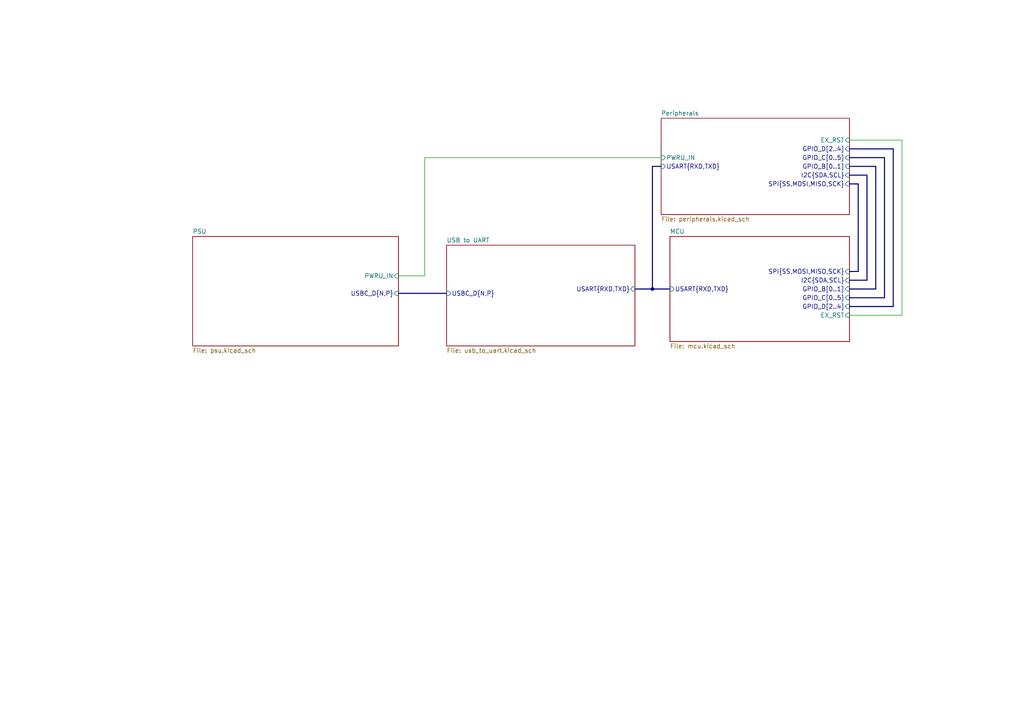
<source format=kicad_sch>
(kicad_sch
	(version 20231120)
	(generator "eeschema")
	(generator_version "8.0")
	(uuid "dbf80f57-4e14-4c6a-a270-b7066e68e053")
	(paper "A4")
	(lib_symbols)
	(junction
		(at 189.23 83.82)
		(diameter 0)
		(color 0 0 0 0)
		(uuid "45b4840e-6b59-4035-bcd7-0354a4998335")
	)
	(bus
		(pts
			(xy 189.23 83.82) (xy 194.31 83.82)
		)
		(stroke
			(width 0)
			(type default)
		)
		(uuid "0fd9fccf-bc9e-4d4d-b7eb-3514f74762a8")
	)
	(wire
		(pts
			(xy 261.62 91.44) (xy 246.38 91.44)
		)
		(stroke
			(width 0)
			(type default)
		)
		(uuid "101fa12c-d37e-491e-9a51-272928fd0756")
	)
	(bus
		(pts
			(xy 246.38 83.82) (xy 254 83.82)
		)
		(stroke
			(width 0)
			(type default)
		)
		(uuid "3d95a336-9cf1-45e7-bc54-cb2596edc0b2")
	)
	(bus
		(pts
			(xy 256.54 45.72) (xy 256.54 86.36)
		)
		(stroke
			(width 0)
			(type default)
		)
		(uuid "3fa54f05-cee5-40da-81f2-95e31fa2f1a7")
	)
	(bus
		(pts
			(xy 254 48.26) (xy 254 83.82)
		)
		(stroke
			(width 0)
			(type default)
		)
		(uuid "49b1a9d4-9b0c-49a5-9b13-c303a573efad")
	)
	(bus
		(pts
			(xy 256.54 86.36) (xy 246.38 86.36)
		)
		(stroke
			(width 0)
			(type default)
		)
		(uuid "4dfea408-6819-4dbc-9b22-07165029123e")
	)
	(wire
		(pts
			(xy 246.38 40.64) (xy 261.62 40.64)
		)
		(stroke
			(width 0)
			(type default)
		)
		(uuid "612f4dd6-9e01-424c-8f19-d11580696ca6")
	)
	(bus
		(pts
			(xy 248.92 78.74) (xy 246.38 78.74)
		)
		(stroke
			(width 0)
			(type default)
		)
		(uuid "6384dbed-359e-44cd-a59a-f8a3d21a1238")
	)
	(bus
		(pts
			(xy 248.92 53.34) (xy 248.92 78.74)
		)
		(stroke
			(width 0)
			(type default)
		)
		(uuid "64580987-3a43-41b6-85ee-2b24f6ec5091")
	)
	(bus
		(pts
			(xy 259.08 88.9) (xy 246.38 88.9)
		)
		(stroke
			(width 0)
			(type default)
		)
		(uuid "668ed720-6627-431d-9f24-a0649d6357bb")
	)
	(bus
		(pts
			(xy 246.38 43.18) (xy 259.08 43.18)
		)
		(stroke
			(width 0)
			(type default)
		)
		(uuid "79e87d27-9b22-40ed-bc18-6386a0284a65")
	)
	(bus
		(pts
			(xy 189.23 48.26) (xy 189.23 83.82)
		)
		(stroke
			(width 0)
			(type default)
		)
		(uuid "7efa32aa-00c1-4f0e-bdb6-5e2dbe635e2f")
	)
	(wire
		(pts
			(xy 123.19 80.01) (xy 123.19 45.72)
		)
		(stroke
			(width 0)
			(type default)
		)
		(uuid "97e3564c-fbb6-4224-b2ee-039951a225bd")
	)
	(bus
		(pts
			(xy 246.38 53.34) (xy 248.92 53.34)
		)
		(stroke
			(width 0)
			(type default)
		)
		(uuid "a232c981-8be2-4384-88df-22bd03dc7f92")
	)
	(bus
		(pts
			(xy 251.46 81.28) (xy 246.38 81.28)
		)
		(stroke
			(width 0)
			(type default)
		)
		(uuid "a234d8ab-0335-465b-8e9c-83f72ad803a4")
	)
	(bus
		(pts
			(xy 259.08 43.18) (xy 259.08 88.9)
		)
		(stroke
			(width 0)
			(type default)
		)
		(uuid "ab19ad8e-fe99-466e-979f-8ff8ba644798")
	)
	(bus
		(pts
			(xy 246.38 48.26) (xy 254 48.26)
		)
		(stroke
			(width 0)
			(type default)
		)
		(uuid "b7034653-43f2-4940-939a-790ab2635296")
	)
	(wire
		(pts
			(xy 261.62 40.64) (xy 261.62 91.44)
		)
		(stroke
			(width 0)
			(type default)
		)
		(uuid "c0d84879-fe4a-4895-ad88-dc0c726c2303")
	)
	(wire
		(pts
			(xy 123.19 45.72) (xy 191.77 45.72)
		)
		(stroke
			(width 0)
			(type default)
		)
		(uuid "c258dc62-06a9-4d1d-ac7d-0f00a13974d0")
	)
	(wire
		(pts
			(xy 115.57 80.01) (xy 123.19 80.01)
		)
		(stroke
			(width 0)
			(type default)
		)
		(uuid "c8760ac1-9538-4493-bdf8-df0b39f56d7a")
	)
	(bus
		(pts
			(xy 184.15 83.82) (xy 189.23 83.82)
		)
		(stroke
			(width 0)
			(type default)
		)
		(uuid "c8fb378a-cf2d-4f4f-8663-14be73cb8730")
	)
	(bus
		(pts
			(xy 246.38 45.72) (xy 256.54 45.72)
		)
		(stroke
			(width 0)
			(type default)
		)
		(uuid "cb2ec3f8-0876-47f8-9808-9fe2f2b12c4c")
	)
	(bus
		(pts
			(xy 191.77 48.26) (xy 189.23 48.26)
		)
		(stroke
			(width 0)
			(type default)
		)
		(uuid "ce0cfa13-d4a9-418b-b318-71d34825e4ec")
	)
	(bus
		(pts
			(xy 246.38 50.8) (xy 251.46 50.8)
		)
		(stroke
			(width 0)
			(type default)
		)
		(uuid "daaca825-62b2-4d6b-bc0b-b7e9cce71f1b")
	)
	(bus
		(pts
			(xy 115.57 85.09) (xy 129.54 85.09)
		)
		(stroke
			(width 0)
			(type default)
		)
		(uuid "f2fa0ec1-fa4a-41f7-aaab-4f51d14ae92d")
	)
	(bus
		(pts
			(xy 251.46 50.8) (xy 251.46 81.28)
		)
		(stroke
			(width 0)
			(type default)
		)
		(uuid "fa32c203-ef08-4d44-a722-94fed993c3a8")
	)
	(sheet
		(at 194.31 68.58)
		(size 52.07 30.48)
		(fields_autoplaced yes)
		(stroke
			(width 0.1524)
			(type solid)
		)
		(fill
			(color 0 0 0 0.0000)
		)
		(uuid "21b4b7eb-f0e4-43a8-b382-b3be970f07a7")
		(property "Sheetname" "MCU"
			(at 194.31 67.8684 0)
			(effects
				(font
					(size 1.27 1.27)
				)
				(justify left bottom)
			)
		)
		(property "Sheetfile" "mcu.kicad_sch"
			(at 194.31 99.6446 0)
			(effects
				(font
					(size 1.27 1.27)
				)
				(justify left top)
			)
		)
		(pin "USART{RXD,TXD}" input
			(at 194.31 83.82 180)
			(effects
				(font
					(size 1.27 1.27)
				)
				(justify left)
			)
			(uuid "efa7d569-c5ec-49fd-b502-b4c34b8fd80e")
		)
		(pin "GPIO_D[2..4]" input
			(at 246.38 88.9 0)
			(effects
				(font
					(size 1.27 1.27)
				)
				(justify right)
			)
			(uuid "964f9971-31c1-4f9c-ba26-ca3508eb475c")
		)
		(pin "EX_RST" input
			(at 246.38 91.44 0)
			(effects
				(font
					(size 1.27 1.27)
				)
				(justify right)
			)
			(uuid "1fd553a2-2876-4df1-8b1b-7ffbe9bc20bb")
		)
		(pin "GPIO_C[0..5]" input
			(at 246.38 86.36 0)
			(effects
				(font
					(size 1.27 1.27)
				)
				(justify right)
			)
			(uuid "dd982fa6-0727-4ee1-9448-03802ab124f9")
		)
		(pin "GPIO_B[0..1]" input
			(at 246.38 83.82 0)
			(effects
				(font
					(size 1.27 1.27)
				)
				(justify right)
			)
			(uuid "3841470e-dee7-42b4-8bf5-ce7ad010608b")
		)
		(pin "I2C{SDA,SCL}" input
			(at 246.38 81.28 0)
			(effects
				(font
					(size 1.27 1.27)
				)
				(justify right)
			)
			(uuid "da0bef41-9f60-435f-adf1-6beca9f14781")
		)
		(pin "SPI{SS,MOSI,MISO,SCK}" input
			(at 246.38 78.74 0)
			(effects
				(font
					(size 1.27 1.27)
				)
				(justify right)
			)
			(uuid "a75f7d44-6c0b-4d4d-b10b-f6db23f34450")
		)
		(instances
			(project "intro_to_PCB"
				(path "/dbf80f57-4e14-4c6a-a270-b7066e68e053"
					(page "2")
				)
			)
		)
	)
	(sheet
		(at 191.77 34.29)
		(size 54.61 27.94)
		(fields_autoplaced yes)
		(stroke
			(width 0.1524)
			(type solid)
		)
		(fill
			(color 0 0 0 0.0000)
		)
		(uuid "31703a04-fa44-43ef-ace5-6de6c50723bc")
		(property "Sheetname" "Peripherals"
			(at 191.77 33.5784 0)
			(effects
				(font
					(size 1.27 1.27)
				)
				(justify left bottom)
			)
		)
		(property "Sheetfile" "peripherals.kicad_sch"
			(at 191.77 62.8146 0)
			(effects
				(font
					(size 1.27 1.27)
				)
				(justify left top)
			)
		)
		(pin "USART{RXD,TXD}" input
			(at 191.77 48.26 180)
			(effects
				(font
					(size 1.27 1.27)
				)
				(justify left)
			)
			(uuid "e9d494f2-9b2f-4177-8982-a0bfc56ff6dd")
		)
		(pin "EX_RST" input
			(at 246.38 40.64 0)
			(effects
				(font
					(size 1.27 1.27)
				)
				(justify right)
			)
			(uuid "bfb0f823-6fb7-488e-b24c-467d0d004aa1")
		)
		(pin "PWRU_IN" input
			(at 191.77 45.72 180)
			(effects
				(font
					(size 1.27 1.27)
				)
				(justify left)
			)
			(uuid "6122a07d-47a6-49a1-a7e7-64474a046170")
		)
		(pin "GPIO_D[2..4]" input
			(at 246.38 43.18 0)
			(effects
				(font
					(size 1.27 1.27)
				)
				(justify right)
			)
			(uuid "d74a87ce-5434-4deb-85e3-77625c8cc30b")
		)
		(pin "GPIO_C[0..5]" input
			(at 246.38 45.72 0)
			(effects
				(font
					(size 1.27 1.27)
				)
				(justify right)
			)
			(uuid "ace127d5-4402-4e96-adfa-6b136d2f2ccc")
		)
		(pin "GPIO_B[0..1]" input
			(at 246.38 48.26 0)
			(effects
				(font
					(size 1.27 1.27)
				)
				(justify right)
			)
			(uuid "8498bafa-440e-4b7a-8ceb-e4fe1a188781")
		)
		(pin "I2C{SDA,SCL}" input
			(at 246.38 50.8 0)
			(effects
				(font
					(size 1.27 1.27)
				)
				(justify right)
			)
			(uuid "32469773-4d6a-464a-b595-87d4c0671791")
		)
		(pin "SPI{SS,MOSI,MISO,SCK}" input
			(at 246.38 53.34 0)
			(effects
				(font
					(size 1.27 1.27)
				)
				(justify right)
			)
			(uuid "089e7364-a5d1-44aa-9961-397623a4bf73")
		)
		(instances
			(project "intro_to_PCB"
				(path "/dbf80f57-4e14-4c6a-a270-b7066e68e053"
					(page "5")
				)
			)
		)
	)
	(sheet
		(at 129.54 71.12)
		(size 54.61 29.21)
		(fields_autoplaced yes)
		(stroke
			(width 0.1524)
			(type solid)
		)
		(fill
			(color 0 0 0 0.0000)
		)
		(uuid "8b07bb97-5ac9-43d1-bac1-ce22ef9f6938")
		(property "Sheetname" "USB to UART"
			(at 129.54 70.4084 0)
			(effects
				(font
					(size 1.27 1.27)
				)
				(justify left bottom)
			)
		)
		(property "Sheetfile" "usb_to_uart.kicad_sch"
			(at 129.54 100.9146 0)
			(effects
				(font
					(size 1.27 1.27)
				)
				(justify left top)
			)
		)
		(pin "USBC_D{N,P}" input
			(at 129.54 85.09 180)
			(effects
				(font
					(size 1.27 1.27)
				)
				(justify left)
			)
			(uuid "59e48a69-6d5e-4587-b56b-ef767d4b34fe")
		)
		(pin "USART{RXD,TXD}" input
			(at 184.15 83.82 0)
			(effects
				(font
					(size 1.27 1.27)
				)
				(justify right)
			)
			(uuid "859593ef-d6b9-40c2-bd0e-ad919e9613cd")
		)
		(instances
			(project "intro_to_PCB"
				(path "/dbf80f57-4e14-4c6a-a270-b7066e68e053"
					(page "4")
				)
			)
		)
	)
	(sheet
		(at 55.88 68.58)
		(size 59.69 31.75)
		(fields_autoplaced yes)
		(stroke
			(width 0.1524)
			(type solid)
		)
		(fill
			(color 0 0 0 0.0000)
		)
		(uuid "db98ec07-0ed5-49df-b528-fee3b6abdb57")
		(property "Sheetname" "PSU"
			(at 55.88 67.8684 0)
			(effects
				(font
					(size 1.27 1.27)
				)
				(justify left bottom)
			)
		)
		(property "Sheetfile" "psu.kicad_sch"
			(at 55.88 100.9146 0)
			(effects
				(font
					(size 1.27 1.27)
				)
				(justify left top)
			)
		)
		(pin "USBC_D{N,P}" input
			(at 115.57 85.09 0)
			(effects
				(font
					(size 1.27 1.27)
				)
				(justify right)
			)
			(uuid "af016a7c-b0cf-45ba-9d1b-e448200a3bff")
		)
		(pin "PWRU_IN" input
			(at 115.57 80.01 0)
			(effects
				(font
					(size 1.27 1.27)
				)
				(justify right)
			)
			(uuid "e6ffc597-be8d-4fd9-82c4-30ac2cba97f9")
		)
		(instances
			(project "intro_to_PCB"
				(path "/dbf80f57-4e14-4c6a-a270-b7066e68e053"
					(page "3")
				)
			)
		)
	)
	(sheet_instances
		(path "/"
			(page "1")
		)
	)
)

</source>
